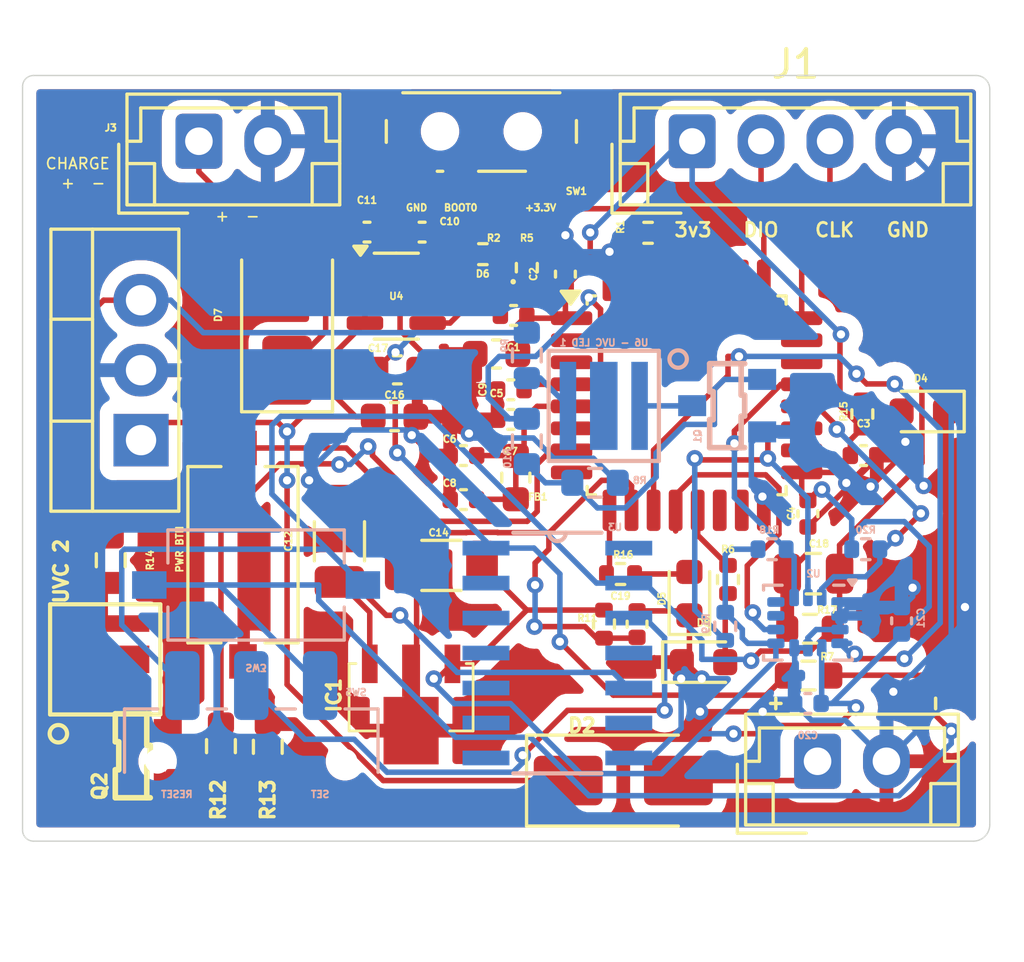
<source format=kicad_pcb>
(kicad_pcb (version 20240108) (generator "pcbnew") (generator_version "8.0")
  (layers (0 "F.Cu" signal) (31 "B.Cu" power) (34 "B.Paste" user) (35 "F.Paste" user) (36 "B.SilkS" user "B.Silkscreen") (37 "F.SilkS" user "F.Silkscreen") (38 "B.Mask" user) (39 "F.Mask" user) (44 "Edge.Cuts" user))
  (net 0 "")
  (net 1 "GND")
  (net 2 "+3.3V")
  (net 3 "+3V3")
  (net 4 "/NRST")
  (net 5 "B+")
  (net 6 "Net-(D7-K)")
  (net 7 "A4_USER_BTN")
  (net 8 "Net-(D2-A)")
  (net 9 "Net-(D4-A)")
  (net 10 "Net-(D5-A)")
  (net 11 "Net-(D6-A)")
  (net 12 "Net-(D6-K)")
  (net 13 "Net-(D7-A)")
  (net 14 "Net-(D8-A)")
  (net 15 "/SYS_SWDIO")
  (net 16 "/SYS_SWCLK")
  (net 17 "/SW_BOOT0")
  (net 18 "/BOOT0")
  (net 19 "Net-(U4-PROG)")
  (net 20 "A7_STATUS_LED2")
  (net 21 "Net-(R9-Pad2)")
  (net 22 "A0")
  (net 23 "A1")
  (net 24 "Net-(R14-Pad2)")
  (net 25 "A3_STATUS_LED")
  (net 26 "A11_I2C1_CS")
  (net 27 "A9_I2C1_SCL")
  (net 28 "A10_I2C1_SDA")
  (net 32 "A6_LSM6DS3TR_INT2")
  (net 37 "A5_LSM6DS3TR_INT1")
  (net 48 "+3V3A")
  (net 49 "B+ PWRBTN")
  (net 50 "+6V")
  (net 51 "Net-(Q1-Pad1)")
  (net 52 "Net-(Q1-Pad2)")
  (net 53 "Net-(Q2-Pad1)")
  (net 54 "Net-(Q2-Pad2)")
  (net 65 "Net-(SW5-C)")
  (net 66 "Net-(SW5-A)")
  (net 67 "Net-(SW5-B)")
  (footprint "Connector_JST:JST_EH_B2B-EH-A_1x02_P2.50mm_Vertical" (layer "F.Cu") (at 181.1 56.6875)
    (property "Reference" "J3")
    (property "Value" "Conn_01x02_Pin")
  )
  (footprint "Resistor_SMD:R_0402_1005Metric" (layer "F.Cu") (at 193 61.2775 90)
    (property "Reference" "R5")
    (property "Value" "1k")
  )
  (footprint "Capacitor_SMD:C_0805_2012Metric" (layer "F.Cu") (at 203.4 72.3875 180)
    (property "Reference" "C18")
    (property "Value" "5u")
  )
  (footprint "UVCLibrary:LDK320ADU30R" (layer "F.Cu") (at 188.8 76.8755 180)
    (property "Reference" "IC1")
    (property "Value" "L78L33ACUTR" (hide yes))
  )
  (footprint "Capacitor_SMD:C_0402_1005Metric" (layer "F.Cu") (at 190.7 69.7 180)
    (property "Reference" "C8")
    (property "Value" "1u")
  )
  (footprint "Resistor_SMD:R_0603_1608Metric" (layer "F.Cu") (at 203.225 76.0875)
    (property "Reference" "R7")
    (property "Value" "600k")
  )
  (footprint "Diode_SMD:D_SMA" (layer "F.Cu") (at 196.5 79.9)
    (property "Reference" "D2")
    (property "Value" "SS14")
  )
  (footprint "Resistor_SMD:R_0402_1005Metric" (layer "F.Cu") (at 200.3 72.6 -90)
    (property "Reference" "R6")
    (property "Value" "100R")
  )
  (footprint "Capacitor_SMD:C_1206_3216Metric" (layer "F.Cu") (at 186.2 71.2125 90)
    (property "Reference" "C12")
    (property "Value" "0.33u")
  )
  (footprint "Package_TO_SOT_THT:TO-220-3_Vertical" (layer "F.Cu") (at 179 67.54 90)
    (property "Reference" "U10" (hide yes))
    (property "Value" "LM7806_TO220")
  )
  (footprint "Capacitor_SMD:C_0402_1005Metric" (layer "F.Cu") (at 192.42 65.7125 180)
    (property "Reference" "C9")
    (property "Value" "100n")
  )
  (footprint "Capacitor_SMD:C_0603_1608Metric" (layer "F.Cu") (at 191.9 64.4125 180)
    (property "Reference" "C5")
    (property "Value" "10u")
  )
  (footprint "Button_Switch_SMD:SW_Tactile_SPST_NO_Straight_CK_PTS636Sx25SMTRLFS" (layer "F.Cu") (at 182.7 71.7 -90)
    (property "Reference" "PWR BTN")
    (property "Value" "SW_Push")
  )
  (footprint "Capacitor_SMD:C_0402_1005Metric" (layer "F.Cu") (at 190.7 68.1 180)
    (property "Reference" "C6")
    (property "Value" "1u")
  )
  (footprint "Capacitor_SMD:C_0402_1005Metric" (layer "F.Cu") (at 205.22 68.1)
    (property "Reference" "C3")
    (property "Value" "100n")
  )
  (footprint "Package_QFP:LQFP-32_7x7mm_P0.8mm" (layer "F.Cu") (at 198.8 65.9125)
    (property "Reference" "U1" (hide yes))
    (property "Value" "STM32L031K6Tx")
  )
  (footprint "Capacitor_SMD:C_0603_1608Metric" (layer "F.Cu") (at 188.3 64.9875)
    (property "Reference" "C17")
    (property "Value" "100n")
  )
  (footprint "UVCLibrary:SOT-23" (layer "F.Cu") (at 178.7 79 90)
    (property "Reference" "Q2")
    (property "Value" "IRLML2402")
  )
  (footprint "LED_SMD:LED_0603_1608Metric" (layer "F.Cu") (at 207.3875 66.5 180)
    (property "Reference" "D4")
    (property "Value" "LED")
  )
  (footprint "Capacitor_SMD:C_1206_3216Metric" (layer "F.Cu") (at 189.9 72.0875 180)
    (property "Reference" "C14")
    (property "Value" "0.1u")
  )
  (footprint "Resistor_SMD:R_0402_1005Metric" (layer "F.Cu") (at 195.8 74.22 -90)
    (property "Reference" "R11")
    (property "Value" "10k")
  )
  (footprint "Resistor_SMD:R_0402_1005Metric" (layer "F.Cu") (at 196.4 72.4)
    (property "Reference" "R16")
    (property "Value" "100R")
  )
  (footprint "Capacitor_SMD:C_0402_1005Metric" (layer "F.Cu") (at 187.2 59.9875)
    (property "Reference" "C11")
    (property "Value" "4.7u")
  )
  (footprint "Capacitor_SMD:C_0603_1608Metric" (layer "F.Cu") (at 188.2 66.6875)
    (property "Reference" "C16")
    (property "Value" "330n")
  )
  (footprint "Connector_JST:JST_EH_B2B-EH-A_1x02_P2.50mm_Vertical" (layer "F.Cu") (at 203.55 79.2)
    (property "Reference" "J2" (hide yes))
    (property "Value" "Conn_01x02_Pin")
  )
  (footprint "Resistor_SMD:R_0603_1608Metric" (layer "F.Cu") (at 177.9 71.9 -90)
    (property "Reference" "R14")
    (property "Value" "0.5R")
  )
  (footprint "Connector_JST:JST_EH_B4B-EH-A_1x04_P2.50mm_Vertical" (layer "F.Cu") (at 199 56.6875)
    (property "Reference" "J1")
    (property "Value" "Conn_01x04_Pin")
  )
  (footprint "Capacitor_SMD:C_0402_1005Metric" (layer "F.Cu") (at 194.4 61.5125 90)
    (property "Reference" "C2")
    (property "Value" "100n")
  )
  (footprint "Capacitor_SMD:C_0402_1005Metric" (layer "F.Cu") (at 192.52 63.0125 180)
    (property "Reference" "C1")
    (property "Value" "100n")
  )
  (footprint "Capacitor_SMD:C_0402_1005Metric" (layer "F.Cu") (at 197 74.22 90)
    (property "Reference" "C19")
    (property "Value" "100n")
  )
  (footprint "LED_SMD:LED_0603_1608Metric" (layer "F.Cu") (at 198.9 73.1125 90)
    (property "Reference" "D5")
    (property "Value" "LED")
  )
  (footprint "Diode_SMD:D_SMA" (layer "F.Cu") (at 184.3 63 90)
    (property "Reference" "D7")
    (property "Value" "SS14")
  )
  (footprint "Inductor_SMD:L_0603_1608Metric" (layer "F.Cu") (at 192.6 68.9 90)
    (property "Reference" "FB1")
    (property "Value" "120R")
  )
  (footprint "Resistor_SMD:R_0402_1005Metric" (layer "F.Cu") (at 205.175 66.59 90)
    (property "Reference" "R15")
    (property "Value" "100R")
  )
  (footprint "LED_SMD:LED_0603_1608Metric" (layer "F.Cu") (at 199.4125 75.6)
    (property "Reference" "D8")
    (property "Value" "LED")
  )
  (footprint "Resistor_SMD:R_0603_1608Metric" (layer "F.Cu") (at 181.9 78.65 -90)
    (property "Reference" "R12")
    (property "Value" "100R")
  )
  (footprint "Capacitor_SMD:C_0402_1005Metric" (layer "F.Cu") (at 189.2 59.9875)
    (property "Reference" "C10")
    (property "Value" "10µ")
  )
  (footprint "Resistor_SMD:R_0402_1005Metric" (layer "F.Cu") (at 191.405 60.7875)
    (property "Reference" "R2")
    (property "Value" "2k")
  )
  (footprint "Capacitor_SMD:C_0402_1005Metric" (layer "F.Cu") (at 203.2 70.2125 -90)
    (property "Reference" "C4")
    (property "Value" "100n")
  )
  (footprint "Resistor_SMD:R_0603_1608Metric" (layer "F.Cu") (at 183.6 78.675 90)
    (property "Reference" "R13")
    (property "Value" "10k")
  )
  (footprint "UVCLibrary:3535" (layer "F.Cu") (at 177.7 75.5 90)
    (property "Reference" "UVC 2")
    (property "Value" "KL265-50W-SM-WD")
  )
  (footprint "Capacitor_SMD:C_0402_1005Metric" (layer "F.Cu") (at 192.42 66.7875 180)
    (property "Reference" "C7")
    (property "Value" "10n")
  )
  (footprint "Resistor_SMD:R_0402_1005Metric" (layer "F.Cu") (at 197.4 60.0125 180)
    (property "Reference" "R1")
    (property "Value" "10k")
  )
  (footprint "Package_TO_SOT_SMD:SOT-23-8" (layer "F.Cu") (at 188.2625 62.3125)
    (property "Reference" "U4")
    (property "Value" "MCP73831-2-MC")
  )
  (footprint "LED_SMD:LED_0402_1005Metric" (layer "F.Cu") (at 191.415 61.7875 180)
    (property "Reference" "D6")
    (property "Value" "LED")
  )
  (footprint "Button_Switch_SMD:SW_SPDT_PCM12" (layer "F.Cu") (at 191.35 56.6575 180)
    (property "Reference" "SW1")
    (property "Value" "SW_SPDT")
  )
  (footprint "Resistor_SMD:R_0603_1608Metric" (layer "F.Cu") (at 203.275 74.3875 180)
    (property "Reference" "R17")
    (property "Value" "1M")
  )
  (footprint "Resistor_SMD:R_0402_1005Metric" (layer "B.Cu") (at 200.2 74.3 90)
    (property "Reference" "R19")
    (property "Value" "4.7k")
  )
  (footprint "Resistor_SMD:R_0603_1608Metric" (layer "B.Cu") (at 195.475 69.0875)
    (property "Reference" "R8")
    (property "Value" "10k")
  )
  (footprint "UVCLibrary:SOIC127P600X175-14N" (layer "B.Cu") (at 194.1092 75.27 180)
    (property "Reference" "U3")
    (property "Value" "74HC74D_652")
  )
  (footprint "UVCLibrary:3535" (layer "B.Cu") (at 195.791888 66.295613 180)
    (property "Reference" "U6 - UVC LED 1")
    (property "Value" "KL265-50W-SM-WD")
  )
  (footprint "UVCLibrary:SOT-23" (layer "B.Cu") (at 200.27 66.2875 -90)
    (property "Reference" "Q1")
    (property "Value" "IRLML2402")
  )
  (footprint "Resistor_SMD:R_0603_1608Metric" (layer "B.Cu") (at 193 64.4625 -90)
    (property "Reference" "R9")
    (property "Value" "0.5R")
  )
  (footprint "Button_Switch_SMD:SW_SPDT_CK_JS102011SAQN" (layer "B.Cu") (at 183 79.2 180)
    (property "Reference" "SW5")
    (property "Value" "SW_Push_SPDT")
  )
  (footprint "Resistor_SMD:R_0402_1005Metric" (layer "B.Cu") (at 205.3 71.5 180)
    (property "Reference" "R20")
    (property "Value" "4.7k")
  )
  (footprint "Button_Switch_SMD:SW_Tactile_SPST_NO_Straight_CK_PTS636Sx25SMTRLFS" (layer "B.Cu") (at 183.175 72.8)
    (property "Reference" "SW3")
    (property "Value" "SW_Push")
  )
  (footprint "Resistor_SMD:R_0402_1005Metric" (layer "B.Cu") (at 201.9 71.5 180)
    (property "Reference" "R18")
    (property "Value" "4.7k")
  )
  (footprint "Resistor_SMD:R_0603_1608Metric" (layer "B.Cu") (at 193 67.5875 -90)
    (property "Reference" "R10")
    (property "Value" "100R")
  )
  (footprint "Package_LGA:LGA-14_3x2.5mm_P0.5mm_LayoutBorder3x4y" (layer "B.Cu") (at 203.2 74.1675 180)
    (property "Reference" "U2")
    (property "Value" "LSM6DS3")
  )
  (footprint "Capacitor_SMD:C_0402_1005Metric" (layer "B.Cu") (at 203.2 77.1)
    (property "Reference" "C20")
    (property "Value" "100n")
  )
  (footprint "Capacitor_SMD:C_0402_1005Metric" (layer "B.Cu") (at 206.6 74.1 90)
    (property "Reference" "C21")
    (property "Value" "100n")
  )
  (gr_line (start 209.3 54.3) (end 175.1 54.3) (stroke (width 0.05)) (layer "Edge.Cuts"))
  (gr_arc (start 175.1 82.1) (mid 174.817157 81.982843) (end 174.7 81.7) (stroke (width 0.05)) (layer "Edge.Cuts"))
  (gr_arc (start 209.3 54.3) (mid 209.653553 54.446447) (end 209.8 54.8) (stroke (width 0.05)) (layer "Edge.Cuts"))
  (gr_arc (start 174.7 54.7) (mid 174.817157 54.417157) (end 175.1 54.3) (stroke (width 0.05)) (layer "Edge.Cuts"))
  (gr_line (start 209.8 81.5) (end 209.8 54.8) (stroke (width 0.05)) (layer "Edge.Cuts"))
  (gr_line (start 175.1 82.1) (end 209.2 82.1) (stroke (width 0.05)) (layer "Edge.Cuts"))
  (gr_line (start 174.7 54.7) (end 174.7 81.7) (stroke (width 0.05)) (layer "Edge.Cuts"))
  (gr_arc (start 209.8 81.5) (mid 209.624264 81.924264) (end 209.2 82.1) (stroke (width 0.05)) (layer "Edge.Cuts"))
  (gr_text "RESET" (at 180.3 80.4 0) (layer "B.SilkS") (effects (font (size 0.25 0.25) (thickness 0.0625)) (justify mirror)))
  (gr_text "SET" (at 185.5 80.4 0) (layer "B.SilkS") (effects (font (size 0.25 0.25) (thickness 0.0625)) (justify mirror)))
  (gr_text "+3.3V\n" (at 193.5 59.1 0) (layer "F.SilkS") (effects (font (size 0.25 0.25) (thickness 0.0625))))
  (gr_text "3v3" (at 198.3 60.2 0) (layer "F.SilkS") (effects (font (size 0.5 0.5) (thickness 0.1)) (justify left bottom)))
  (gr_text "+  -" (at 176.9 58.2 0) (layer "F.SilkS") (effects (font (size 0.4 0.4) (thickness 0.0625))))
  (gr_text "+" (at 202 77.1 90) (layer "F.SilkS") (effects (font (size 0.5 0.5) (thickness 0.125))))
  (gr_text "-" (at 207.8 77.1 90) (layer "F.SilkS") (effects (font (size 0.5 0.5) (thickness 0.125))))
  (gr_text "GND" (at 206 60.2 0) (layer "F.SilkS") (effects (font (size 0.5 0.5) (thickness 0.1)) (justify left bottom)))
  (gr_text "DIO" (at 200.8 60.2 0) (layer "F.SilkS") (effects (font (size 0.5 0.5) (thickness 0.1)) (justify left bottom)))
  (gr_text "CLK" (at 203.4 60.2 0) (layer "F.SilkS") (effects (font (size 0.5 0.5) (thickness 0.1)) (justify left bottom)))
  (gr_text "CHARGE\n" (at 176.7 57.5 0) (layer "F.SilkS") (effects (font (size 0.4 0.4) (thickness 0.0625))))
  (gr_text "GND\n" (at 189 59.1 0) (layer "F.SilkS") (effects (font (size 0.25 0.25) (thickness 0.0625))))
  (gr_text "+  -" (at 182.5 59.4 0) (layer "F.SilkS") (effects (font (size 0.4 0.4) (thickness 0.0625))))
  (gr_text "BOOT0" (at 190.6 59.1 0) (layer "F.SilkS") (effects (font (size 0.25 0.25) (thickness 0.0625))))
  (segment (start 199.285976 77.4) (end 201.559282 77.4) (width 0.2) (layer "F.Cu") (net 1))
  (segment (start 194.4 60.1) (end 193.6675 60.1) (width 0.2) (layer "F.Cu") (net 1))
  (segment (start 190.22 68.1) (end 189.565002 68.1) (width 0.2) (layer "F.Cu") (net 1))
  (segment (start 208.9 73.6) (end 207.7 73.6) (width 0.2) (layer "F.Cu") (net 1))
  (segment (start 205.7 68.1925) (end 205.7 68.1) (width 0.2) (layer "F.Cu") (net 1))
  (segment (start 189.68 59.9875) (end 189.68 58.28) (width 0.2) (layer "F.Cu") (net 1))
  (segment (start 193.62 62.18) (end 193.62 61.8125) (width 0.2) (layer "F.Cu") (net 1))
  (segment (start 197 73.74) (end 198.74 73.74) (width 0.2) (layer "F.Cu") (net 1))
  (segment (start 199.347138 76.200001) (end 198.9 75.752863) (width 0.2) (layer "F.Cu") (net 1))
  (segment (start 192.04 63.0125) (end 192.04 62.66) (width 0.2) (layer "F.Cu") (net 1))
  (segment (start 198.74 73.74) (end 198.9 73.9) (width 0.2) (layer "F.Cu") (net 1))
  (segment (start 190.9 67.3) (end 191.4275 67.3) (width 0.2) (layer "F.Cu") (net 1))
  (segment (start 188.5625 62.6375) (end 189.4 62.6375) (width 0.2) (layer "F.Cu") (net 1))
  (segment (start 191.125 64.4125) (end 189.257994 64.4125) (width 0.2) (layer "F.Cu") (net 1))
  (segment (start 191.4275 67.3) (end 191.94 66.7875) (width 0.2) (layer "F.Cu") (net 1))
  (segment (start 208.175 68.425) (end 208.175 66.5) (width 0.2) (layer "F.Cu") (net 1))
  (segment (start 185.4625 69) (end 186.2 69.7375) (width 0.2) (layer "F.Cu") (net 1))
  (segment (start 193.62 61.8125) (end 194.4 61.0325) (width 0.2) (layer "F.Cu") (net 1))
  (segment (start 191.115 59.9875) (end 189.68 59.9875) (width 0.2) (layer "F.Cu") (net 1))
  (segment (start 193 60.7675) (end 194.135 60.7675) (width 0.2) (layer "F.Cu") (net 1))
  (segment (start 204.594265 69.094265) (end 204.705735 69.094265) (width 0.2) (layer "F.Cu") (net 1))
  (segment (start 193.6675 60.1) (end 193 60.7675) (width 0.2) (layer "F.Cu") (net 1))
  (segment (start 189.565002 68.1) (end 188.825 67.359998) (width 0.2) (layer "F.Cu") (net 1))
  (segment (start 192.2975 62.4025) (end 193.3975 62.4025) (width 0.2) (layer "F.Cu") (net 1))
  (segment (start 203.2 70.6925) (end 203.2 71.6375) (width 0.2) (layer "F.Cu") (net 1))
  (segment (start 198.6 76.2) (end 198.6 75.625) (width 0.2) (layer "F.Cu") (net 1))
  (segment (start 198.9 75.752863) (end 198.9 73.9) (width 0.2) (layer "F.Cu") (net 1))
  (segment (start 186.2 69.8625) (end 186.2 69.7375) (width 0.2) (layer "F.Cu") (net 1))
  (segment (start 198.6 75.625) (end 198.625 75.6) (width 0.2) (layer "F.Cu") (net 1))
  (segment (start 189.4875 58.0875) (end 189.1 58.0875) (width 0.2) (layer "F.Cu") (net 1))
  (segment (start 189.68 58.28) (end 189.4875 58.0875) (width 0.2) (layer "F.Cu") (net 1))
  (segment (start 188.425 72.0875) (end 186.2 69.8625) (width 0.2) (layer "F.Cu") (net 1))
  (segment (start 201.6 70.0875) (end 201.6 69.640762) (width 0.2) (layer "F.Cu") (net 1))
  (segment (start 207.7 73.6) (end 207 72.9) (width 0.2) (layer "F.Cu") (net 1))
  (segment (start 188.4 63.554506) (end 188.4 62.8) (width 0.2) (layer "F.Cu") (net 1))
  (segment (start 207.4 69.2) (end 208.175 68.425) (width 0.2) (layer "F.Cu") (net 1))
  (segment (start 201.6 69.640762) (end 201.55 69.590762) (width 0.2) (layer "F.Cu") (net 1))
  (segment (start 206.7375 67.9625) (end 206.7375 67.6) (width 0.2) (layer "F.Cu") (net 1))
  (segment (start 193.3975 62.4025) (end 193.62 62.18) (width 0.2) (layer "F.Cu") (net 1))
  (segment (start 188.4 62.8) (end 188.5625 62.6375) (width 0.2) (layer "F.Cu") (net 1))
  (segment (start 196 61.7375) (end 196 60.7) (width 0.2) (layer "F.Cu") (net 1))
  (segment (start 206.05 79.2) (end 206.05 76.925) (width 0.2) (layer "F.Cu") (net 1))
  (segment (start 205.475735 69.224265) (end 206.7375 67.9625) (width 0.2) (layer "F.Cu") (net 1))
  (segment (start 185.1 69) (end 185.4625 69) (width 0.2) (layer "F.Cu") (net 1))
  (segment (start 189 75.7125) (end 188.8 75.9125) (width 0.2) (layer "F.Cu") (net 1))
  (segment (start 192.04 62.66) (end 192.2975 62.4025) (width 0.2) (layer "F.Cu") (net 1))
  (segment (start 189 72.6625) (end 189 75.7125) (width 0.2) (layer "F.Cu") (net 1))
  (segment (start 204.705735 69.094265) (end 205.7 68.1) (width 0.2) (layer "F.Cu") (net 1))
  (segment (start 191.915 60.7875) (end 191.115 59.9875) (width 0.2) (layer "F.Cu") (net 1))
  (segment (start 188.425 72.0875) (end 189 72.6625) (width 0.2) (layer "F.Cu") (net 1))
  (segment (start 203.2 70.6925) (end 205.7 68.1925) (width 0.2) (layer "F.Cu") (net 1))
  (segment (start 203.2 71.6375) (end 202.45 72.3875) (width 0.2) (layer "F.Cu") (net 1))
  (segment (start 189.257994 64.4125) (end 188.4 63.554506) (width 0.2) (layer "F.Cu") (net 1))
  (segment (start 194.135 60.7675) (end 194.4 61.0325) (width 0.2) (layer "F.Cu") (net 1))
  (segment (start 206.05 76.925) (end 206.3 76.675) (width 0.2) (layer "F.Cu") (net 1))
  (via (at 198.6 76.2) (size 0.6) (drill 0.3) (layers "F.Cu" "B.Cu") (net 1))
  (via (at 185.1 69) (size 0.6) (drill 0.3) (layers "F.Cu" "B.Cu") (net 1))
  (via (at 207.4 69.2) (size 0.6) (drill 0.3) (layers "F.Cu" "B.Cu") (net 1))
  (via (at 201.55 69.590762) (size 0.6) (drill 0.3) (layers "F.Cu" "B.Cu") (net 1))
  (via (at 204.594265 69.094265) (size 0.6) (drill 0.3) (layers "F.Cu" "B.Cu") (net 1))
  (via (at 205.475735 69.224265) (size 0.6) (drill 0.3) (layers "F.Cu" "B.Cu") (net 1))
  (via (at 199.347138 76.200001) (size 0.6) (drill 0.3) (layers "F.Cu" "B.Cu") (net 1))
  (via (at 206.3 76.675) (size 0.6) (drill 0.3) (layers "F.Cu" "B.Cu") (net 1))
  (via (at 196 60.7) (size 0.6) (drill 0.3) (layers "F.Cu" "B.Cu") (net 1))
  (via (at 194.4 60.1) (size 0.6) (drill 0.3) (layers "F.Cu" "B.Cu") (net 1))
  (via (at 190.9 67.3) (size 0.6) (drill 0.3) (layers "F.Cu" "B.Cu") (net 1))
  (via (at 188.825 67.359998) (size 0.6) (drill 0.3) (layers "F.Cu" "B.Cu") (net 1))
  (via (at 207 72.9) (size 0.6) (drill 0.3) (layers "F.Cu" "B.Cu") (net 1))
  (via (at 208.9 73.6) (size 0.6) (drill 0.3) (layers "F.Cu" "B.Cu") (net 1))
  (via (at 206.7375 67.6) (size 0.6) (drill 0.3) (layers "F.Cu" "B.Cu") (net 1))
  (via (at 201.559282 77.4) (size 0.6) (drill 0.3) (layers "F.Cu" "B.Cu") (net 1))
  (via (at 199.285976 77.4) (size 0.6) (drill 0.3) (layers "F.Cu" "B.Cu") (net 1))
  (segment (start 193.237648 67.4625) (end 193.975148 68.2) (width 0.2) (layer "B.Cu") (net 1))
  (segment (start 206.948529 76.075) (end 208.9 74.123529) (width 0.2) (layer "B.Cu") (net 1))
  (segment (start 207 72.9) (end 207 73.22) (width 0.2) (layer "B.Cu") (net 1))
  (segment (start 206.3 76.675) (end 206.9 76.075) (width 0.2) (layer "B.Cu") (net 1))
  (segment (start 199.347138 77.338838) (end 199.285976 77.4) (width 0.2) (layer "B.Cu") (net 1))
  (segment (start 195 60.7) (end 194.4 60.1) (width 0.2) (layer "B.Cu") (net 1))
  (segment (start 204.545 74.1) (end 204.3625 73.9175) (width 0.2) (layer "B.Cu") (net 1))
  (segment (start 205.345735 69.094265) (end 205.475735 69.224265) (width 0.2) (layer "B.Cu") (net 1))
  (segment (start 204.594265 69.094265) (end 205.345735 69.094265) (width 0.2) (layer "B.Cu") (net 1))
  (segment (start 203.499568 74.4175) (end 204.3625 74.4175) (width 0.2) (layer "B.Cu") (net 1))
  (segment (start 206.7375 67.6) (end 206.7375 68.5375) (width 0.2) (layer "B.Cu") (net 1))
  (segment (start 206.6 73.62) (end 204.66 73.62) (width 0.2) (layer "B.Cu") (net 1))
  (segment (start 199.347138 76.200001) (end 199.347138 77.338838) (width 0.2) (layer "B.Cu") (net 1))
  (segment (start 203.2 74.717068) (end 203.499568 74.4175) (width 0.2) (layer "B.Cu") (net 1))
  (segment (start 201.54 67.24) (end 202.74 67.24) (width 0.2) (layer "B.Cu") (net 1))
  (segment (start 193.975148 68.2) (end 195.4125 68.2) (width 0.2) (layer "B.Cu") (net 1))
  (segment (start 208.4 76.85) (end 208.4 58.5875) (width 0.2) (layer "B.Cu") (net 1))
  (segment (start 188.634863 67.169861) (end 186.60661 67.169861) (width 0.2) (layer "B.Cu") (net 1))
  (segment (start 206.05 79.2) (end 208.4 76.85) (width 0.2) (layer "B.Cu") (net 1))
  (segment (start 208.9 74.123529) (end 208.9 73.6) (width 0.2) (layer "B.Cu") (net 1))
  (segment (start 202.74 67.24) (end 204.594265 69.094265) (width 0.2) (layer "B.Cu") (net 1))
  (segment (start 196.7 79.08) (end 197.52 79.08) (width 0.2) (layer "B.Cu") (net 1))
  (segment (start 201.146627 69.187389) (end 201.146627 67.633373) (width 0.2) (layer "B.Cu") (net 1))
  (segment (start 198.6 78) (end 198.6 76.2) (width 0.2) (layer "B.Cu") (net 1))
  (segment (start 204.66 73.62) (end 204.3625 73.9175) (width 0.2) (layer "B.Cu") (net 1))
  (segment (start 202.82 75.2) (end 202.7 75.08) (width 0.2) (layer "B.Cu") (net 1))
  (segment (start 206.7375 68.5375) (end 207.4 69.2) (width 0.2) (layer "B.Cu") (net 1))
  (segment (start 188.825 67.359998) (end 188.634863 67.169861) (width 0.2) (layer "B.Cu") (net 1))
  (segment (start 206.05 79.2) (end 204.56 77.71) (width 0.2) (layer "B.Cu") (net 1))
  (segment (start 204.56 77.71) (end 203.33 77.71) (width 0.2) (layer "B.Cu") (net 1))
  (segment (start 206.9 76.075) (end 206.948529 76.075) (width 0.2) (layer "B.Cu") (net 1))
  (segment (start 202.72 77.1) (end 202.72 75.1) (width 0.2) (layer "B.Cu") (net 1))
  (segment (start 202.42 77.4) (end 202.72 77.1) (width 0.2) (layer "B.Cu") (net 1))
  (segment (start 203.33 77.71) (end 202.72 77.1) (width 0.2) (layer "B.Cu") (net 1))
  (segment (start 185.1 68.676471) (end 185.1 69) (width 0.2) (layer "B.Cu") (net 1))
  (segment (start 198.6 76.2) (end 199.347137 76.2) (width 0.2) (layer "B.Cu") (net 1))
  (segment (start 208.4 58.5875) (end 206.5 56.6875) (width 0.2) (layer "B.Cu") (net 1))
  (segment (start 201.55 69.590762) (end 201.146627 69.187389) (width 0.2) (layer "B.Cu") (net 1))
  (segment (start 197.52 79.08) (end 198.6 78) (width 0.2) (layer "B.Cu") (net 1))
  (segment (start 191.0625 67.4625) (end 193.237648 67.4625) (width 0.2) (layer "B.Cu") (net 1))
  (segment (start 202.7 75.08) (end 203.2 75.08) (width 0.2) (layer "B.Cu") (net 1))
  (segment (start 203.2 75.08) (end 203.2 74.717068) (width 0.2) (layer "B.Cu") (net 1))
  (segment (start 207 73.22) (end 206.6 73.62) (width 0.2) (layer "B.Cu") (net 1))
  (segment (start 202.72 75.1) (end 202.7 75.08) (width 0.2) (layer "B.Cu") (net 1))
  (segment (start 201.146627 67.633373) (end 201.54 67.24) (width 0.2) (layer "B.Cu") (net 1))
  (segment (start 199.347137 76.2) (end 199.347138 76.200001) (width 0.2) (layer "B.Cu") (net 1))
  (segment (start 196 60.7) (end 195 60.7) (width 0.2) (layer "B.Cu") (net 1))
  (segment (start 186.60661 67.169861) (end 185.1 68.676471) (width 0.2) (layer "B.Cu") (net 1))
  (segment (start 201.559282 77.4) (end 202.42 77.4) (width 0.2) (layer "B.Cu") (net 1))
  (segment (start 190.9 67.3) (end 191.0625 67.4625) (width 0.2) (layer "B.Cu") (net 1))
  (segment (start 195.4125 68.2) (end 196.3 69.0875) (width 0.2) (layer "B.Cu") (net 1))
  (segment (start 204.3625 73.4175) (end 204.3625 74.4175) (width 0.2) (layer "B.Cu") (net 1))
  (segment (start 192.9975 73.71) (end 191.045 75.6625) (width 0.2) (layer "F.Cu") (net 3))
  (segment (start 204.74 68.1) (end 204.74 67.535) (width 0.2) (layer "F.Cu") (net 3))
  (segment (start 204.4 63.7) (end 204.363415 63.736585) (width 0.2) (layer "F.Cu") (net 3))
  (segment (start 194.4 62.8875) (end 194.4 61.9925) (width 0.2) (layer "F.Cu") (net 3))
  (segment (start 191.045 75.6625) (end 190.3 75.6625) (width 0.2) (layer "F.Cu") (net 3))
  (segment (start 194.4 61.982994) (end 195.3 61.082994) (width 0.2) (layer "F.Cu") (net 3))
  (segment (start 204.363415 66.288415) (end 205.175 67.1) (width 0.2) (layer "F.Cu") (net 3))
  (segment (start 203.709453 69.334519) (end 203.597981 69.334519) (width 0.2) (layer "F.Cu") (net 3))
  (segment (start 204.291146 77.9) (end 201.9 77.9) (width 0.2) (layer "F.Cu") (net 3))
  (segment (start 202.975 69.5075) (end 203.2 69.7325) (width 0.2) (layer "F.Cu") (net 3))
  (segment (start 203.597981 69.334519) (end 203.2 69.7325) (width 0.2) (layer "F.Cu") (net 3))
  (segment (start 204.943002 77.248144) (end 204.291146 77.9) (width 0.2) (layer "F.Cu") (net 3))
  (segment (start 202.975 68.7125) (end 204.1275 68.7125) (width 0.2) (layer "F.Cu") (net 3))
  (segment (start 189.625002 76.2) (end 189.7625 76.2) (width 0.2) (layer "F.Cu") (net 3))
  (segment (start 195.8 73.71) (end 192.9975 73.71) (width 0.2) (layer "F.Cu") (net 3))
  (segment (start 204.363415 63.736585) (end 204.363415 66.288415) (width 0.2) (layer "F.Cu") (net 3))
  (segment (start 193.1 63.1125) (end 193 63.0125) (width 0.2) (layer "F.Cu") (net 3))
  (segment (start 189.7625 76.2) (end 190.3 75.6625) (width 0.2) (layer "F.Cu") (net 3))
  (segment (start 194.625 63.1125) (end 193.1 63.1125) (width 0.2) (layer "F.Cu") (net 3))
  (segment (start 201.9 77.9) (end 201.6 78.2) (width 0.2) (layer "F.Cu") (net 3))
  (segment (start 194.4 61.9925) (end 194.4 61.982994) (width 0.2) (layer "F.Cu") (net 3))
  (segment (start 194.625 63.1125) (end 194.4 62.8875) (width 0.2) (layer "F.Cu") (net 3))
  (segment (start 204.1275 68.7125) (end 204.74 68.1) (width 0.2) (layer "F.Cu") (net 3))
  (segment (start 192.9975 73.71) (end 191.375 72.0875) (width 0.2) (layer "F.Cu") (net 3))
  (segment (start 192.675 63.3375) (end 193 63.0125) (width 0.2) (layer "F.Cu") (net 3))
  (segment (start 201.6 78.2) (end 200.5 78.2) (width 0.2) (layer "F.Cu") (net 3))
  (segment (start 192.675 64.4125) (end 192.675 63.3375) (width 0.2) (layer "F.Cu") (net 3))
  (segment (start 195.3 61.082994) (end 195.3 60) (width 0.2) (layer "F.Cu") (net 3))
  (segment (start 202.975 68.7125) (end 202.975 69.5075) (width 0.2) (layer "F.Cu") (net 3))
  (segment (start 204.74 67.535) (end 205.175 67.1) (width 0.2) (layer "F.Cu") (net 3))
  (via (at 195.3 60) (size 0.6) (drill 0.3) (layers "F.Cu" "B.Cu") (net 3))
  (via (at 189.625002 76.2) (size 0.6) (drill 0.3) (layers "F.Cu" "B.Cu") (net 3))
  (via (at 204.4 63.7) (size 0.6) (drill 0.3) (layers "F.Cu" "B.Cu") (net 3))
  (via (at 203.709453 69.334519) (size 0.6) (drill 0.3) (layers "F.Cu" "B.Cu") (net 3))
  (via (at 204.943002 77.248144) (size 0.6) (drill 0.3) (layers "F.Cu" "B.Cu") (net 3))
  (via (at 200.5 78.2) (size 0.6) (drill 0.3) (layers "F.Cu" "B.Cu") (net 3))
  (segment (start 206.7 70.5) (end 207.6 71.4) (width 0.2) (layer "B.Cu") (net 3))
  (segment (start 200.2 73.79) (end 200.2 71.7) (width 0.2) (layer "B.Cu") (net 3))
  (segment (start 200.2 71.7) (end 200.4 71.5) (width 0.2) (layer "B.Cu") (net 3))
  (segment (start 203.78 75.16) (end 203.7 75.08) (width 0.2) (layer "B.Cu") (net 3))
  (segment (start 200.2 73.79) (end 200.82 74.41) (width 0.2) (layer "B.Cu") (net 3))
  (segment (start 204.79 71.01) (end 205.3 70.5) (width 0.2) (layer "B.Cu") (net 3))
  (segment (start 195.3 60) (end 198.6125 56.6875) (width 0.2) (layer "B.Cu") (net 3))
  (segment (start 200.5 78.2) (end 199.334504 78.2) (width 0.2) (layer "B.Cu") (net 3))
  (segment (start 203.7 77.08) (end 203.68 77.1) (width 0.2) (layer "B.Cu") (net 3))
  (segment (start 198.6125 56.6875) (end 199 56.6875) (width 0.2) (layer "B.Cu") (net 3))
  (segment (start 194.9467 79.6467) (end 192.4067 77.1067) (width 0.2) (layer "B.Cu") (net 3))
  (segment (start 204.79 71.5) (end 204.79 71.01) (width 0.2) (layer "B.Cu") (net 3))
  (segment (start 205.3 70.5) (end 206.7 70.5) (width 0.2) (layer "B.Cu") (net 3))
  (segment (start 204.79 71.5) (end 204.79 70.415066) (width 0.2) (layer "B.Cu") (net 3))
  (segment (start 204.79 70.415066) (end 203.709453 69.334519) (width 0.2) (layer "B.Cu") (net 3))
  (segment (start 201.0175 74.9175) (end 202.0375 74.9175) (width 0.2) (layer "B.Cu") (net 3))
  (segment (start 203.7 75.08) (end 203.7 77.08) (width 0.2) (layer "B.Cu") (net 3))
  (segment (start 202.0375 74.9175) (end 202.0375 75.497004) (width 0.2) (layer "B.Cu") (net 3))
  (segment (start 207.6 71.4) (end 207.6 73.58) (width 0.2) (layer "B.Cu") (net 3))
  (segment (start 200.4 71.5) (end 201.39 71.5) (width 0.2) (layer "B.Cu") (net 3))
  (segment (start 203.700001 75.3925) (end 203.7 75.392499) (width 0.2) (layer "B.Cu") (net 3))
  (segment (start 203.7 75.392499) (end 203.7 75.08) (width 0.2) (layer "B.Cu") (net 3))
  (segment (start 204.794858 77.1) (end 204.943002 77.248144) (width 0.2) (layer "B.Cu") (net 3))
  (segment (start 204.08 77.1) (end 206.6 74.58) (width 0.2) (layer "B.Cu") (net 3))
  (segment (start 200.82 74.72) (end 201.0175 74.9175) (width 0.2) (layer "B.Cu") (net 3))
  (segment (start 202.0375 75.497004) (end 197.887804 79.6467) (width 0.2) (layer "B.Cu") (net 3))
  (segment (start 192.4067 77.1067) (end 190.3675 77.1067) (width 0.2) (layer "B.Cu") (net 3))
  (segment (start 207.6 73.58) (end 206.6 74.58) (width 0.2) (layer "B.Cu") (net 3))
  (segment (start 190.3675 77.1067) (end 189.625002 76.364202) (width 0.2) (layer "B.Cu") (net 3))
  (segment (start 199.334504 78.2) (end 197.887804 79.6467) (width 0.2) (layer "B.Cu") (net 3))
  (segment (start 203.68 77.1) (end 204.08 77.1) (width 0.2) (layer "B.Cu") (net 3))
  (segment (start 200.82 74.41) (end 200.82 74.72) (width 0.2) (layer "B.Cu") (net 3))
  (segment (start 197.887804 79.6467) (end 194.9467 79.6467) (width 0.2) (layer "B.Cu") (net 3))
  (segment (start 189.625002 76.364202) (end 189.625002 76.2) (width 0.2) (layer "B.Cu") (net 3))
  (segment (start 199 56.6875) (end 199 58.3) (width 0.2) (layer "B.Cu") (net 3))
  (segment (start 199 58.3) (end 204.4 63.7) (width 0.2) (layer "B.Cu") (net 3))
  (segment (start 203.68 77.1) (end 204.794858 77.1) (width 0.2) (layer "B.Cu") (net 3))
  (segment (start 193.1 65.5125) (end 192.9 65.7125) (width 0.2) (layer "F.Cu") (net 4))
  (segment (start 194.625 65.5125) (end 193.1 65.5125) (width 0.2) (layer "F.Cu") (net 4))
  (segment (start 183.975 66.9) (end 179.64 66.9) (width 0.2) (layer "F.Cu") (net 5))
  (segment (start 188.2 61.035247) (end 188.72 60.515247) (width 0.2) (layer "F.Cu") (net 5))
  (segment (start 186.1 66) (end 186.7875 66.6875) (width 0.2) (layer "F.Cu") (net 5))
  (segment (start 187.125 63.2875) (end 186.1 64.3125) (width 0.2) (layer "F.Cu") (net 5))
  (segment (start 186.7875 66.6875) (end 187.425 66.6875) (width 0.2) (layer "F.Cu") (net 5))
  (segment (start 194.5 79.9) (end 187.7875 79.9) (width 0.2) (layer "F.Cu") (net 5))
  (segment (start 179.64 66.9) (end 179 67.54) (width 0.2) (layer "F.Cu") (net 5))
  (segment (start 187.125 62.6375) (end 187.125 63.2875) (width 0.2) (layer "F.Cu") (net 5))
  (segment (start 184.3 76.4125) (end 184.3 69) (width 0.2) (layer "F.Cu") (net 5))
  (segment (start 184.3 67.225) (end 183.975 66.9) (width 0.2) (layer "F.Cu") (net 5))
  (segment (start 186.1 64.3125) (end 186.1 66) (width 0.2) (layer "F.Cu") (net 5))
  (segment (start 188.72 60.515247) (end 188.72 59.9875) (width 0.2) (layer "F.Cu") (net 5))
  (segment (start 184.3 67.225) (end 184.8375 66.6875) (width 0.2) (layer "F.Cu") (net 5))
  (segment (start 184.8375 66.6875) (end 187.425 66.6875) (width 0.2) (layer "F.Cu") (net 5))
  (segment (start 188.2 62.224999) (end 188.2 61.035247) (width 0.2) (layer "F.Cu") (net 5))
  (segment (start 187.125 62.6375) (end 187.787499 62.6375) (width 0.2) (layer "F.Cu") (net 5))
  (segment (start 187.7875 79.9) (end 184.3 76.4125) (width 0.2) (layer "F.Cu") (net 5))
  (segment (start 187.787499 62.6375) (end 188.2 62.224999) (width 0.2) (layer "F.Cu") (net 5))
  (via (at 184.3 69) (size 0.6) (drill 0.3) (layers "F.Cu" "B.Cu") (net 5))
  (via (at 184.3 67.225) (size 0.6) (drill 0.3) (layers "F.Cu" "B.Cu") (net 5))
  (segment (start 184.3 69) (end 184.3 67.225) (width 0.2) (layer "B.Cu") (net 5))
  (segment (start 185.7 63.6) (end 185.7 62.5) (width 0.2) (layer "F.Cu") (net 6))
  (segment (start 186.2125 61.9875) (end 187.125 61.9875) (width 0.2) (layer "F.Cu") (net 6))
  (segment (start 184.3 65) (end 185.7 63.6) (width 0.2) (layer "F.Cu") (net 6))
  (segment (start 187.125 60.3925) (end 186.72 59.9875) (width 0.2) (layer "F.Cu") (net 6))
  (segment (start 187.125 61.3375) (end 187.125 60.3925) (width 0.2) (layer "F.Cu") (net 6))
  (segment (start 187.125 61.3375) (end 187.125 61.9875) (width 0.2) (layer "F.Cu") (net 6))
  (segment (start 185.7 62.5) (end 186.2125 61.9875) (width 0.2) (layer "F.Cu") (net 6))
  (segment (start 186.8 68.176471) (end 186.8 68.3) (width 0.2) (layer "F.Cu") (net 7))
  (segment (start 195.11 74.31) (end 193.278015 74.31) (width 0.2) (layer "F.Cu") (net 7))
  (segment (start 190.815256 70.8875) (end 191.934744 70.8875) (width 0.2) (layer "F.Cu") (net 7))
  (segment (start 196.97 74.73) (end 197 74.7) (width 0.2) (layer "F.Cu") (net 7))
  (segment (start 196.8 69.2) (end 196.8 70.0875) (width 0.2) (layer "F.Cu") (net 7))
  (segment (start 182.7 67.825) (end 186.448529 67.825) (width 0.2) (layer "F.Cu") (net 7))
  (segment (start 193.3 72) (end 193.8 71.5) (width 0.2) (layer "F.Cu") (net 7))
  (segment (start 195.53 74.73) (end 195.11 74.31) (width 0.2) (layer "F.Cu") (net 7))
  (segment (start 195.8 74.73) (end 195.53 74.73) (width 0.2) (layer "F.Cu") (net 7))
  (segment (start 193.8 70.9) (end 193.816497 70.9) (width 0.2) (layer "F.Cu") (net 7))
  (segment (start 196.6 69) (end 196.8 69.2) (width 0.2) (layer "F.Cu") (net 7))
  (segment (start 195.716497 69) (end 196.6 69) (width 0.2) (layer "F.Cu") (net 7))
  (segment (start 186.8 68.3) (end 189.4 70.9) (width 0.2) (layer "F.Cu") (net 7))
  (segment (start 193.3 72.8) (end 193.3 72) (width 0.2) (layer "F.Cu") (net 7))
  (segment (start 195.8 74.73) (end 196.97 74.73) (width 0.2) (layer "F.Cu") (net 7))
  (segment (start 191.947244 70.9) (end 193.8 70.9) (width 0.2) (layer "F.Cu") (net 7))
  (segment (start 189.4 70.9) (end 190.802756 70.9) (width 0.2) (layer "F.Cu") (net 7))
  (segment (start 190.802756 70.9) (end 190.815256 70.8875) (width 0.2) (layer "F.Cu") (net 7))
  (segment (start 186.448529 67.825) (end 186.8 68.176471) (width 0.2) (layer "F.Cu") (net 7))
  (segment (start 193.816497 70.9) (end 195.716497 69) (width 0.2) (layer "F.Cu") (net 7))
  (segment (start 193.8 71.5) (end 193.8 70.9) (width 0.2) (layer "F.Cu") (net 7))
  (segment (start 191.934744 70.8875) (end 191.947244 70.9) (width 0.2) (layer "F.Cu") (net 7))
  (via (at 193.3 72.8) (size 0.6) (drill 0.3) (layers "F.Cu" "B.Cu") (net 7))
  (via (at 193.278015 74.31) (size 0.6) (drill 0.3) (layers "F.Cu" "B.Cu") (net 7))
  (segment (start 193.278015 74.31) (end 193.3 74.288015) (width 0.2) (layer "B.Cu") (net 7))
  (segment (start 193.3 74.288015) (end 193.3 72.8) (width 0.2) (layer "B.Cu") (net 7))
  (segment (start 198.5 79.9) (end 202.85 79.9) (width 0.2) (layer "F.Cu") (net 8))
  (segment (start 202.85 79.9) (end 203.55 79.2) (width 0.2) (layer "F.Cu") (net 8))
  (segment (start 205.595 66.5) (end 205.175 66.08) (width 0.2) (layer "F.Cu") (net 9))
  (segment (start 206.6 66.5) (end 205.595 66.5) (width 0.2) (layer "F.Cu") (net 9))
  (segment (start 196.91 72.4) (end 198.825 72.4) (width 0.2) (layer "F.Cu") (net 10))
  (segment (start 198.825 72.4) (end 198.9 72.325) (width 0.2) (layer "F.Cu") (net 10))
  (segment (start 189.4 63.2875) (end 190.2125 63.2875) (width 0.2) (layer "F.Cu") (net 11))
  (segment (start 190.93 62.57) (end 190.93 61.7875) (width 0.2) (layer "F.Cu") (net 11))
  (segment (start 190.2125 63.2875) (end 190.93 62.57) (width 0.2) (layer "F.Cu") (net 11))
  (segment (start 191.9 61.7875) (end 193 61.7875) (width 0.2) (layer "F.Cu") (net 12))
  (segment (start 181.1 57.8) (end 181.1 56.6875) (width 0.2) (layer "F.Cu") (net 13))
  (segment (start 184.3 61) (end 181.1 57.8) (width 0.2) (layer "F.Cu") (net 13))
  (segment (start 200.2 75.6) (end 200.2 73.21) (width 0.2) (layer "F.Cu") (net 14))
  (segment (start 200.2 73.21) (end 200.3 73.11) (width 0.2) (layer "F.Cu") (net 14))
  (segment (start 201.5 56.6875) (end 201.5 59) (width 0.2) (layer "F.Cu") (net 15))
  (segment (start 201.6 59.1) (end 201.6 61.7375) (width 0.2) (layer "F.Cu") (net 15))
  (segment (start 201.5 59) (end 201.6 59.1) (width 0.2) (layer "F.Cu") (net 15))
  (segment (start 202.975 59.725) (end 204 58.7) (width 0.2) (layer "F.Cu") (net 16))
  (segment (start 204 58.7) (end 204 56.6875) (width 0.2) (layer "F.Cu") (net 16))
  (segment (start 202.975 63.1125) (end 202.975 59.725) (width 0.2) (layer "F.Cu") (net 16))
  (segment (start 197.91 60.0125) (end 197.91 59.1375) (width 0.2) (layer "F.Cu") (net 17))
  (segment (start 197.91 59.1375) (end 192.19375 59.1375) (width 0.2) (layer "F.Cu") (net 17))
  (segment (start 191.14375 58.0875) (end 190.6 58.0875) (width 0.2) (layer "F.Cu") (net 17))
  (segment (start 192.19375 59.1375) (end 191.14375 58.0875) (width 0.2) (layer "F.Cu") (net 17))
  (segment (start 196.8 61.7375) (end 196.8 60.1025) (width 0.2) (layer "F.Cu") (net 18))
  (segment (start 196.8 60.1025) (end 196.89 60.0125) (width 0.2) (layer "F.Cu") (net 18))
  (segment (start 189.4 61.3375) (end 190.345 61.3375) (width 0.2) (layer "F.Cu") (net 19))
  (segment (start 190.345 61.3375) (end 190.895 60.7875) (width 0.2) (layer "F.Cu") (net 19))
  (segment (start 199.2 70.99) (end 199.2 70.0875) (width 0.2) (layer "F.Cu") (net 20))
  (segment (start 200.3 72.09) (end 199.2 70.99) (width 0.2) (layer "F.Cu") (net 20))
  (segment (start 193 65.2875) (end 193.483775 65.2875) (width 0.2) (layer "B.Cu") (net 21))
  (segment (start 193.483775 65.2875) (end 194.491888 66.295613) (width 0.2) (layer "B.Cu") (net 21))
  (segment (start 195.675 62.787489) (end 195.250001 62.36249) (width 0.2) (layer "F.Cu") (net 22))
  (segment (start 195.675 66.812499) (end 195.675 62.787489) (width 0.2) (layer "F.Cu") (net 22))
  (segment (start 194.625 67.1125) (end 195.374999 67.1125) (width 0.2) (layer "F.Cu") (net 22))
  (segment (start 195.374999 67.1125) (end 195.675 66.812499) (width 0.2) (layer "F.Cu") (net 22))
  (via (at 195.250001 62.36249) (size 0.6) (drill 0.3) (layers "F.Cu" "B.Cu") (net 22))
  (segment (start 192.3625 66.7625) (end 191.6 66) (width 0.2) (layer "B.Cu") (net 22))
  (segment (start 192.2625 66.7625) (end 193 66.7625) (width 0.2) (layer "B.Cu") (net 22))
  (segment (start 195.250001 62.575147) (end 195.250001 62.36249) (width 0.2) (layer "B.Cu") (net 22))
  (segment (start 191.6 64.9) (end 192 64.5) (width 0.2) (layer "B.Cu") (net 22))
  (segment (start 193 66.7625) (end 192.3625 66.7625) (width 0.2) (layer "B.Cu") (net 22))
  (segment (start 193.325148 64.5) (end 195.250001 62.575147) (width 0.2) (layer "B.Cu") (net 22))
  (segment (start 191.6 66) (end 191.6 64.9) (width 0.2) (layer "B.Cu") (net 22))
  (segment (start 192 64.5) (end 193.325148 64.5) (width 0.2) (layer "B.Cu") (net 22))
  (segment (start 193.014686 70.4875) (end 189.7875 70.4875) (width 0.2) (layer "F.Cu") (net 23))
  (segment (start 193.375 70.127186) (end 193.014686 70.4875) (width 0.2) (layer "F.Cu") (net 23))
  (segment (start 187.241214 67.769861) (end 187.4 67.928647) (width 0.2) (layer "F.Cu") (net 23))
  (segment (start 181.9 77.825) (end 181.9 70.551471) (width 0.2) (layer "F.Cu") (net 23))
  (segment (start 181.9 70.551471) (end 184.051471 68.4) (width 0.2) (layer "F.Cu") (net 23))
  (segment (start 193.875001 67.9125) (end 193.375 68.412501) (width 0.2) (layer "F.Cu") (net 23))
  (segment (start 194.625 67.9125) (end 193.875001 67.9125) (width 0.2) (layer "F.Cu") (net 23))
  (segment (start 184.051471 68.4) (end 186.175 68.4) (width 0.2) (layer "F.Cu") (net 23))
  (segment (start 187.4 67.928647) (end 187.4 68.1) (width 0.2) (layer "F.Cu") (net 23))
  (segment (start 189.7875 70.4875) (end 187.4 68.1) (width 0.2) (layer "F.Cu") (net 23))
  (segment (start 186.175 68.4) (end 186.2 68.425) (width 0.2) (layer "F.Cu") (net 23))
  (segment (start 193.375 68.412501) (end 193.375 70.127186) (width 0.2) (layer "F.Cu") (net 23))
  (via (at 186.2 68.425) (size 0.6) (drill 0.3) (layers "F.Cu" "B.Cu") (net 23))
  (via (at 187.241214 67.769861) (size 0.6) (drill 0.3) (layers "F.Cu" "B.Cu") (net 23))
  (segment (start 186.2 68.425) (end 186.586075 68.425) (width 0.2) (layer "B.Cu") (net 23))
  (segment (start 186.586075 68.425) (end 187.241214 67.769861) (width 0.2) (layer "B.Cu") (net 23))
  (segment (start 177.7 72.925) (end 177.9 72.725) (width 0.2) (layer "F.Cu") (net 24))
  (segment (start 177.7 74.2) (end 177.7 72.925) (width 0.2) (layer "F.Cu") (net 24))
  (segment (start 195.89 72.4) (end 196 72.51) (width 0.2) (layer "F.Cu") (net 25))
  (segment (start 196 72.51) (end 196 70.0875) (width 0.2) (layer "F.Cu") (net 25))
  (segment (start 200.533326 67.657389) (end 200.533326 67.204175) (width 0.2) (layer "F.Cu") (net 26))
  (segment (start 200.533326 67.204175) (end 202.225001 65.5125) (width 0.2) (layer "F.Cu") (net 26))
  (segment (start 202.225001 65.5125) (end 202.975 65.5125) (width 0.2) (layer "F.Cu") (net 26))
  (via (at 200.533326 67.657389) (size 0.6) (drill 0.3) (layers "F.Cu" "B.Cu") (net 26))
  (segment (start 202.7 71.79) (end 202.41 71.5) (width 0.2) (layer "B.Cu") (net 26))
  (segment (start 200.533326 67.657389) (end 200.533326 69.623326) (width 0.2) (layer "B.Cu") (net 26))
  (segment (start 200.533326 69.623326) (end 202.41 71.5) (width 0.2) (layer "B.Cu") (net 26))
  (segment (start 202.7 73.255) (end 202.7 71.79) (width 0.2) (layer "B.Cu") (net 26))
  (segment (start 201.694544 68.257389) (end 199.149574 68.257389) (width 0.2) (layer "F.Cu") (net 27))
  (segment (start 202.225001 67.1125) (end 202.975 67.1125) (width 0.2) (layer "F.Cu") (net 27))
  (segment (start 199.149574 68.257389) (end 199.093487 68.201302) (width 0.2) (layer "F.Cu") (net 27))
  (segment (start 201.746627 68.205306) (end 201.694544 68.257389) (width 0.2) (layer "F.Cu") (net 27))
  (segment (start 201.746627 67.590874) (end 202.225001 67.1125) (width 0.2) (layer "F.Cu") (net 27))
  (segment (start 201.746627 68.205306) (end 201.746627 67.590874) (width 0.2) (layer "F.Cu") (net 27))
  (via (at 199.093487 68.201302) (size 0.6) (drill 0.3) (layers "F.Cu" "B.Cu") (net 27))
  (via (at 201.746627 68.205306) (size 0.6) (drill 0.3) (layers "F.Cu" "B.Cu") (net 27))
  (segment (start 199.093487 73.703487) (end 199.093487 68.201302) (width 0.2) (layer "B.Cu") (net 27))
  (segment (start 203.2 73.255) (end 203.2 72.8) (width 0.2) (layer "B.Cu") (net 27))
  (segment (start 203.2 69.658679) (end 203.2 73.255) (width 0.2) (layer "B.Cu") (net 27))
  (segment (start 200.2 74.81) (end 199.093487 73.703487) (width 0.2) (layer "B.Cu") (net 27))
  (segment (start 201.746627 68.205306) (end 203.2 69.658679) (width 0.2) (layer "B.Cu") (net 27))
  (segment (start 206.4 71.1) (end 207.3 70.2) (width 0.2) (layer "F.Cu") (net 28))
  (segment (start 204.25 67.15) (end 204.25 67.032994) (width 0.2) (layer "F.Cu") (net 28))
  (segment (start 203.529506 66.3125) (end 202.975 66.3125) (width 0.2) (layer "F.Cu") (net 28))
  (segment (start 204.25 67.032994) (end 203.529506 66.3125) (width 0.2) (layer "F.Cu") (net 28))
  (segment (start 206.375735 71.1) (end 206.4 71.1) (width 0.2) (layer "F.Cu") (net 28))
  (via (at 206.375735 71.1) (size 0.6) (drill 0.3) (layers "F.Cu" "B.Cu") (net 28))
  (via (at 204.25 67.15) (size 0.6) (drill 0.3) (layers "F.Cu" "B.Cu") (net 28))
  (via (at 207.3 70.2) (size 0.6) (drill 0.3) (layers "F.Cu" "B.Cu") (net 28))
  (segment (start 205.975735 71.5) (end 206.375735 71.1) (width 0.2) (layer "B.Cu") (net 28))
  (segment (start 205.3 72.5) (end 205.81 71.99) (width 0.2) (layer "B.Cu") (net 28))
  (segment (start 203.7 72.942501) (end 204.142501 72.5) (width 0.2) (layer "B.Cu") (net 28))
  (segment (start 203.7 73.255) (end 203.7 72.942501) (width 0.2) (layer "B.Cu") (net 28))
  (segment (start 205.81 71.5) (end 205.975735 71.5) (width 0.2) (layer "B.Cu") (net 28))
  (segment (start 204.142501 72.5) (end 205.3 72.5) (width 0.2) (layer "B.Cu") (net 28))
  (segment (start 204.25 67.15) (end 207.3 70.2) (width 0.2) (layer "B.Cu") (net 28))
  (segment (start 205.81 71.99) (end 205.81 71.5) (width 0.2) (layer "B.Cu") (net 28))
  (segment (start 201 73.6) (end 201.2 73.8) (width 0.2) (layer "F.Cu") (net 32))
  (segment (start 202.15 70.95) (end 201 72.1) (width 0.2) (layer "F.Cu") (net 32))
  (segment (start 201.667006 68.8) (end 202.15 69.282994) (width 0.2) (layer "F.Cu") (net 32))
  (segment (start 198.4 70.0875) (end 198.4 70.837499) (width 0.2) (layer "F.Cu") (net 32))
  (segment (start 198.4 69.532994) (end 199.132994 68.8) (width 0.2) (layer "F.Cu") (net 32))
  (segment (start 202.15 69.282994) (end 202.15 70.95) (width 0.2) (layer "F.Cu") (net 32))
  (segment (start 198.4 70.0875) (end 198.4 69.532994) (width 0.2) (layer "F.Cu") (net 32))
  (segment (start 199.132994 68.8) (end 201.667006 68.8) (width 0.2) (layer "F.Cu") (net 32))
  (segment (start 201 72.1) (end 201 73.6) (width 0.2) (layer "F.Cu") (net 32))
  (via (at 201.2 73.8) (size 0.6) (drill 0.3) (layers "F.Cu" "B.Cu") (net 32))
  (segment (start 201.2 74) (end 201.6175 74.4175) (width 0.2) (layer "B.Cu") (net 32))
  (segment (start 201.6175 74.4175) (end 202.0375 74.4175) (width 0.2) (layer "B.Cu") (net 32))
  (segment (start 201.2 73.8) (end 201.2 74) (width 0.2) (layer "B.Cu") (net 32))
  (segment (start 197.6 67.9) (end 200.3 65.2) (width 0.2) (layer "F.Cu") (net 37))
  (segment (start 200.3 65.2) (end 200.3 64.5) (width 0.2) (layer "F.Cu") (net 37))
  (segment (start 200.3 64.5) (end 200.7 64.5) (width 0.2) (layer "F.Cu") (net 37))
  (segment (start 204.963415 65.13098) (end 205.330965 65.49853) (width 0.2) (layer "F.Cu") (net 37))
  (segment (start 206.7 75.475) (end 205.075 75.475) (width 0.2) (layer "F.Cu") (net 37))
  (segment (start 205.075 75.475) (end 204.9 75.3) (width 0.2) (layer "F.Cu") (net 37))
  (segment (start 197.6 70.0875) (end 197.6 67.9) (width 0.2) (layer "F.Cu") (net 37))
  (segment (start 205.330965 65.49853) (end 206.35 65.49853) (width 0.2) (layer "F.Cu") (net 37))
  (via (at 200.7 64.5) (size 0.6) (drill 0.3) (layers "F.Cu" "B.Cu") (net 37))
  (via (at 206.35 65.49853) (size 0.6) (drill 0.3) (layers "F.Cu" "B.Cu") (net 37))
  (via (at 206.7 75.475) (size 0.6) (drill 0.3) (layers "F.Cu" "B.Cu") (net 37))
  (via (at 204.9 75.3) (size 0.6) (drill 0.3) (layers "F.Cu" "B.Cu") (net 37))
  (via (at 204.963415 65.13098) (size 0.6) (drill 0.3) (layers "F.Cu" "B.Cu") (net 37))
  (segment (start 200.7 64.5) (end 204.332435 64.5) (width 0.2) (layer "B.Cu") (net 37))
  (segment (start 208 74.175) (end 206.7 75.475) (width 0.2) (layer "B.Cu") (net 37))
  (segment (start 208 67.14853) (end 208 74.175) (width 0.2) (layer "B.Cu") (net 37))
  (segment (start 206.35 65.49853) (end 208 67.14853) (width 0.2) (layer "B.Cu") (net 37))
  (segment (start 204.332435 64.5) (end 204.963415 65.13098) (width 0.2) (layer "B.Cu") (net 37))
  (segment (start 204.745 75.3) (end 204.3625 74.9175) (width 0.2) (layer "B.Cu") (net 37))
  (segment (start 204.9 75.3) (end 204.745 75.3) (width 0.2) (layer "B.Cu") (net 37))
  (segment (start 204.3625 74.9175) (end 204.725432 74.9175) (width 0.2) (layer "B.Cu") (net 37))
  (segment (start 192.9 67.8125) (end 192.6 68.1125) (width 0.2) (layer "F.Cu") (net 48))
  (segment (start 191.1925 69.6875) (end 191.18 69.7) (width 0.2) (layer "F.Cu") (net 48))
  (segment (start 194.625 66.3125) (end 193.375 66.3125) (width 0.2) (layer "F.Cu") (net 48))
  (segment (start 192.6 68.1125) (end 192.6 69.6875) (width 0.2) (layer "F.Cu") (net 48))
  (segment (start 192.9 66.7875) (end 192.9 67.8125) (width 0.2) (layer "F.Cu") (net 48))
  (segment (start 192.5875 68.1) (end 192.6 68.1125) (width 0.2) (layer "F.Cu") (net 48))
  (segment (start 193.375 66.3125) (end 192.9 66.7875) (width 0.2) (layer "F.Cu") (net 48))
  (segment (start 192.6 69.6875) (end 191.1925 69.6875) (width 0.2) (layer "F.Cu") (net 48))
  (segment (start 191.18 68.1) (end 192.5875 68.1) (width 0.2) (layer "F.Cu") (net 48))
  (segment (start 186.6875 72.6875) (end 186.2 72.6875) (width 0.2) (layer "F.Cu") (net 49))
  (segment (start 188.4 73.9) (end 187.9 73.9) (width 0.2) (layer "F.Cu") (net 49))
  (segment (start 187.3 73.7875) (end 186.2 72.6875) (width 0.2) (layer "F.Cu") (net 49))
  (segment (start 187.3 75.6625) (end 187.3 73.7875) (width 0.2) (layer "F.Cu") (net 49))
  (segment (start 187.9 73.9) (end 186.6875 72.6875) (width 0.2) (layer "F.Cu") (net 49))
  (via (at 188.4 73.9) (size 0.6) (drill 0.3) (layers "F.Cu" "B.Cu") (net 49))
  (segment (start 190.4733 75.9733) (end 188.4 73.9) (width 0.2) (layer "B.Cu") (net 49))
  (segment (start 196.1333 75.9733) (end 190.4733 75.9733) (width 0.2) (layer "B.Cu") (net 49))
  (segment (start 196.7 76.54) (end 196.1333 75.9733) (width 0.2) (layer "B.Cu") (net 49))
  (segment (start 177.4 62.7) (end 177.64 62.46) (width 0.2) (layer "F.Cu") (net 50))
  (segment (start 177.64 62.46) (end 179 62.46) (width 0.2) (layer "F.Cu") (net 50))
  (segment (start 196.14 76.8) (end 201.6875 76.8) (width 0.2) (layer "F.Cu") (net 50))
  (segment (start 188.225 65.6875) (end 187.525 64.9875) (width 0.2) (layer "F.Cu") (net 50))
  (segment (start 188.235415 64.352325) (end 188.160175 64.352325) (width 0.2) (layer "F.Cu") (net 50))
  (segment (start 188.225 67.925) (end 188.225 65.6875) (width 0.2) (layer "F.Cu") (net 50))
  (segment (start 201.6875 76.8) (end 202.4 76.0875) (width 0.2) (layer "F.Cu") (net 50))
  (segment (start 194.2 74.86) (end 196.14 76.8) (width 0.2) (layer "F.Cu") (net 50))
  (segment (start 188.3 68) (end 188.225 67.925) (width 0.2) (layer "F.Cu") (net 50))
  (segment (start 177.9 71.075) (end 177.4 70.575) (width 0.2) (layer "F.Cu") (net 50))
  (segment (start 177.4 70.575) (end 177.4 62.7) (width 0.2) (layer "F.Cu") (net 50))
  (segment (start 188.160175 64.352325) (end 187.525 64.9875) (width 0.2) (layer "F.Cu") (net 50))
  (via (at 188.3 68) (size 0.6) (drill 0.3) (layers "F.Cu" "B.Cu") (net 50))
  (via (at 194.2 74.86) (size 0.6) (drill 0.3) (layers "F.Cu" "B.Cu") (net 50))
  (via (at 188.235415 64.352325) (size 0.6) (drill 0.3) (layers "F.Cu" "B.Cu") (net 50))
  (segment (start 193 63.6375) (end 188.95024 63.6375) (width 0.2) (layer "B.Cu") (net 50))
  (segment (start 194.2 72.4) (end 193.26 71.46) (width 0.2) (layer "B.Cu") (net 50))
  (segment (start 193.26 71.46) (end 191.5184 71.46) (width 0.2) (layer "B.Cu") (net 50))
  (segment (start 194.2 74.86) (end 194.2 72.4) (width 0.2) (layer "B.Cu") (net 50))
  (segment (start 181.2575 63.6375) (end 180.08 62.46) (width 0.2) (layer "B.Cu") (net 50))
  (segment (start 193 63.6375) (end 181.2575 63.6375) (width 0.2) (layer "B.Cu") (net 50))
  (segment (start 188.95024 63.6375) (end 188.235415 64.352325) (width 0.2) (layer "B.Cu") (net 50))
  (segment (start 191.5184 71.46) (end 191.5184 71.2184) (width 0.2) (layer "B.Cu") (net 50))
  (segment (start 180.08 62.46) (end 179 62.46) (width 0.2) (layer "B.Cu") (net 50))
  (segment (start 191.5184 71.2184) (end 188.3 68) (width 0.2) (layer "B.Cu") (net 50))
  (segment (start 198.991887 66.295613) (end 199 66.2875) (width 0.2) (layer "B.Cu") (net 51))
  (segment (start 197.091888 66.295613) (end 198.991887 66.295613) (width 0.2) (layer "B.Cu") (net 51))
  (segment (start 195.5625 70) (end 194.65 69.0875) (width 0.2) (layer "B.Cu") (net 52))
  (segment (start 197.691888 68.88326) (end 196.575148 70) (width 0.2) (layer "B.Cu") (net 52))
  (segment (start 199.808 65.692) (end 199.808 66.9685) (width 0.2) (layer "B.Cu") (net 52))
  (segment (start 199.808 66.9685) (end 198.7315 66.9685) (width 0.2) (layer "B.Cu") (net 52))
  (segment (start 200.165 65.335) (end 199.808 65.692) (width 0.2) (layer "B.Cu") (net 52))
  (segment (start 198.7315 66.9685) (end 197.691888 68.008112) (width 0.2) (layer "B.Cu") (net 52))
  (segment (start 196.575148 70) (end 195.5625 70) (width 0.2) (layer "B.Cu") (net 52))
  (segment (start 201.54 65.335) (end 200.165 65.335) (width 0.2) (layer "B.Cu") (net 52))
  (segment (start 194.65 69.0875) (end 193.675 69.0875) (width 0.2) (layer "B.Cu") (net 52))
  (segment (start 197.691888 68.008112) (end 197.691888 68.88326) (width 0.2) (layer "B.Cu") (net 52))
  (segment (start 193.675 69.0875) (end 193 68.4125) (width 0.2) (layer "B.Cu") (net 52))
  (segment (start 177.43 78.6575) (end 177.7 78.3875) (width 0.2) (layer "F.Cu") (net 53))
  (segment (start 177.43 79) (end 177.43 78.6575) (width 0.2) (layer "F.Cu") (net 53))
  (segment (start 177.7 78.3875) (end 177.7 76.8) (width 0.2) (layer "F.Cu") (net 53))
  (segment (start 183.6 79.5) (end 181.925 79.5) (width 0.2) (layer "F.Cu") (net 54))
  (segment (start 181.795 79.58) (end 181.9 79.475) (width 0.2) (layer "F.Cu") (net 54))
  (segment (start 181.925 79.5) (end 181.9 79.475) (width 0.2) (layer "F.Cu") (net 54))
  (segment (start 180 79.58) (end 181.795 79.58) (width 0.2) (layer "F.Cu") (net 54))
  (segment (start 201.137499 75.548476) (end 201.485975 75.2) (width 0.2) (layer "F.Cu") (net 65))
  (segment (start 204.35 71.35) (end 207.3375 68.3625) (width 0.2) (layer "F.Cu") (net 65))
  (segment (start 207.3375 68.3625) (end 207.3375 68.1) (width 0.2) (layer "F.Cu") (net 65))
  (segment (start 204.35 72.3875) (end 204.35 71.35) (width 0.2) (layer "F.Cu") (net 65))
  (segment (start 204.35 72.3875) (end 204.35 74.1375) (width 0.2) (layer "F.Cu") (net 65))
  (segment (start 207.3375 68.3625) (end 207.3375 65.6375) (width 0.2) (layer "F.Cu") (net 65))
  (segment (start 203.2875 75.2) (end 204.1 74.3875) (width 0.2) (layer "F.Cu") (net 65))
  (segment (start 201.485975 75.2) (end 203.2875 75.2) (width 0.2) (layer "F.Cu") (net 65))
  (segment (start 204.35 74.1375) (end 204.1 74.3875) (width 0.2) (layer "F.Cu") (net 65))
  (via (at 201.137499 75.548476) (size 0.6) (drill 0.3) (layers "F.Cu" "B.Cu") (net 65))
  (segment (start 178.4 71.5) (end 178.3 71.6) (width 0.2) (layer "B.Cu") (net 65))
  (segment (start 199.351914 75.5) (end 199.351914 74.797714) (width 0.2) (layer "B.Cu") (net 65))
  (segment (start 183.75 66.997182) (end 184.072182 66.675) (width 0.2) (layer "B.Cu") (net 65))
  (segment (start 199.351914 74.797714) (end 197.2842 72.73) (width 0.2) (layer "B.Cu") (net 65))
  (segment (start 185.75 71.5) (end 178.4 71.5) (width 0.2) (layer "B.Cu") (net 65))
  (segment (start 183.75 69.5) (end 183.75 66.997182) (width 0.2) (layer "B.Cu") (net 65))
  (segment (start 196.7 72.73) (end 196.2524 72.73) (width 0.2) (layer "B.Cu") (net 65))
  (segment (start 195.53 72.73) (end 196.7 72.73) (width 0.2) (layer "B.Cu") (net 65))
  (segment (start 187.05 72.8) (end 183.75 69.5) (width 0.2) (layer "B.Cu") (net 65))
  (segment (start 201.089023 75.5) (end 201.137499 75.548476) (width 0.2) (layer "B.Cu") (net 65))
  (segment (start 187.05 72.8) (end 185.75 71.5) (width 0.2) (layer "B.Cu") (net 65))
  (segment (start 189.475 66.675) (end 195.53 72.73) (width 0.2) (layer "B.Cu") (net 65))
  (segment (start 184.072182 66.675) (end 189.475 66.675) (width 0.2) (layer "B.Cu") (net 65))
  (segment (start 197.2842 72.73) (end 196.7 72.73) (width 0.2) (layer "B.Cu") (net 65))
  (segment (start 178.3 71.6) (end 178.3 74.25) (width 0.2) (layer "B.Cu") (net 65))
  (segment (start 199.351914 75.5) (end 201.089023 75.5) (width 0.2) (layer "B.Cu") (net 65))
  (segment (start 178.3 74.25) (end 180.5 76.45) (width 0.2) (layer "B.Cu") (net 65))
  (segment (start 208.4 78.1) (end 207.325 77.025) (width 0.2) (layer "F.Cu") (net 66))
  (segment (start 207.2 76.075) (end 204.0625 76.075) (width 0.2) (layer "F.Cu") (net 66))
  (segment (start 207.325 76.075) (end 207.3 76.075) (width 0.2) (layer "F.Cu") (net 66))
  (segment (start 204.0625 76.075) (end 204.05 76.0875) (width 0.2) (layer "F.Cu") (net 66))
  (segment (start 207.325 77.025) (end 207.325 76.075) (width 0.2) (layer "F.Cu") (net 66))
  (via (at 208.4 78.1) (size 0.6) (drill 0.3) (layers "F.Cu" "B.Cu") (net 66))
  (segment (start 185.5 76.45) (end 181.85 72.8) (width 0.2) (layer "B.Cu") (net 66))
  (segment (start 206.505635 80.45) (end 208.4 78.555635) (width 0.2) (layer "B.Cu") (net 66))
  (segment (start 185.447184 72.8) (end 185.447184 73.356384) (width 0.2) (layer "B.Cu") (net 66))
  (segment (start 190.4175 78.3267) (end 193.131725 78.3267) (width 0.2) (layer "B.Cu") (net 66))
  (segment (start 185.447184 73.356384) (end 190.4175 78.3267) (width 0.2) (layer "B.Cu") (net 66))
  (segment (start 195.255025 80.45) (end 206.505635 80.45) (width 0.2) (layer "B.Cu") (net 66))
  (segment (start 193.131725 78.3267) (end 195.255025 80.45) (width 0.2) (layer "B.Cu") (net 66))
  (segment (start 208.4 78.555635) (end 208.4 78.1) (width 0.2) (layer "B.Cu") (net 66))
  (segment (start 179.3 72.8) (end 185.447184 72.8) (width 0.2) (layer "B.Cu") (net 66))
  (segment (start 181.85 72.8) (end 179.3 72.8) (width 0.2) (layer "B.Cu") (net 66))
  (segment (start 194.478171 77.35) (end 198 77.35) (width 0.2) (layer "F.Cu") (net 67))
  (segment (start 192.849354 78.978817) (end 194.478171 77.35) (width 0.2) (layer "F.Cu") (net 67))
  (via (at 192.849354 78.978817) (size 0.6) (drill 0.3) (layers "F.Cu" "B.Cu") (net 67))
  (via (at 198 77.35) (size 0.6) (drill 0.3) (layers "F.Cu" "B.Cu") (net 67))
  (segment (start 186.731371 78.4) (end 187.928071 79.5967) (width 0.2) (layer "B.Cu") (net 67))
  (segment (start 192.5033 79.5967) (end 192.849354 79.250646) (width 0.2) (layer "B.Cu") (net 67))
  (segment (start 192.849354 79.250646) (end 192.849354 78.978817) (width 0.2) (layer "B.Cu") (net 67))
  (segment (start 196.7 74) (end 197.2842 74) (width 0.2) (layer "B.Cu") (net 67))
  (segment (start 184.95 78.4) (end 186.731371 78.4) (width 0.2) (layer "B.Cu") (net 67))
  (segment (start 198 74.7158) (end 198 77.35) (width 0.2) (layer "B.Cu") (net 67))
  (segment (start 183 76.45) (end 184.95 78.4) (width 0.2) (layer "B.Cu") (net 67))
  (segment (start 187.928071 79.5967) (end 192.5033 79.5967) (width 0.2) (layer "B.Cu") (net 67))
  (segment (start 197.2842 74) (end 198 74.7158) (width 0.2) (layer "B.Cu") (net 67))
  (zone (net 1) (net_name "GND") (layers "F&B.Cu") (connect_pads (clearance 0.5)) (min_thickness 0.25) (fill yes (thermal_gap 0.5) (thermal_bridge_width 0.5))
    (polygon (pts (xy 209.8 54.3) (xy 174.7 54.3) (xy 174.7 82.1) (xy 209.8 82.1)))
  )
)
</source>
